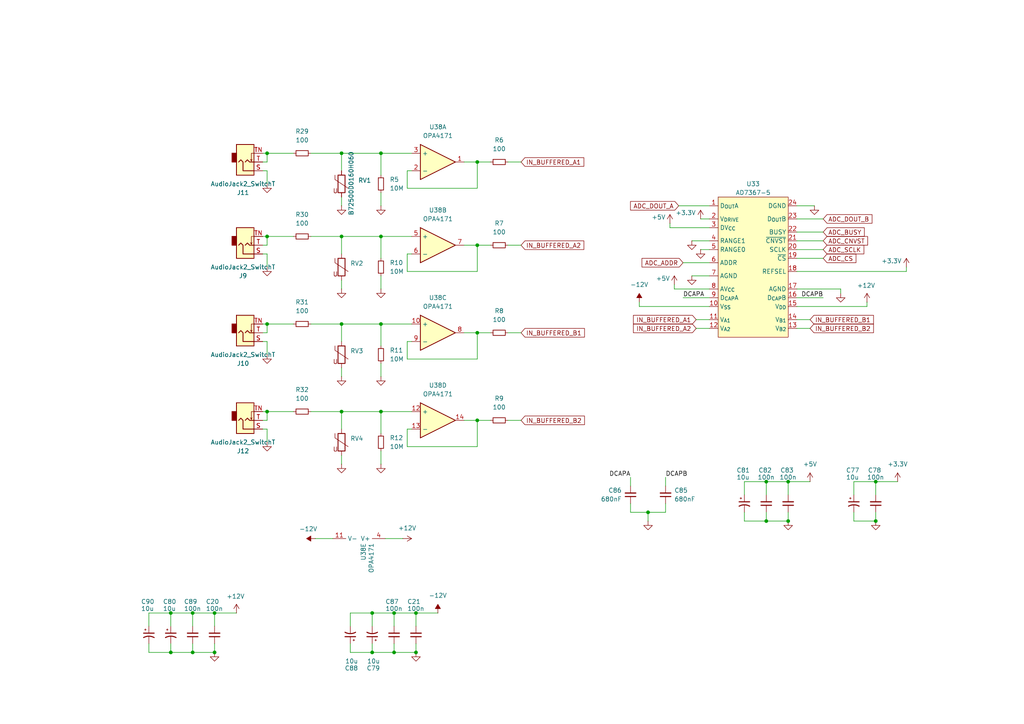
<source format=kicad_sch>
(kicad_sch (version 20231120) (generator "eeschema") (generator_version "8.0")
  (paper "A4")
  (lib_symbols
    (symbol "Connector_Audio:AudioJack2_SwitchT"
      (property "Reference" "J" (at 0 8.89 0))
      (property "Value" "AudioJack2_SwitchT" (at 0 6.35 0))
      (symbol "AudioJack2_SwitchT_0_1"
        (rectangle (start -2.54 0) (end -3.81 -2.54) (stroke (width 0.254)) (fill (type outline)))
        (polyline (pts (xy 1.778 -0.254) (xy 2.032 -0.762)))
        (polyline (pts (xy 0 0) (xy 0.635 -0.635) (xy 1.27 0) (xy 2.54 0)) (stroke (width 0.254)))
        (polyline (pts (xy 2.54 -2.54) (xy 1.778 -2.54) (xy 1.778 -0.254) (xy 1.524 -0.762)))
        (polyline (pts (xy 2.54 2.54) (xy -0.635 2.54) (xy -0.635 0) (xy -1.27 -0.635) (xy -1.905 0)) (stroke (width 0.254)))
        (rectangle (start 2.54 3.81) (end -2.54 -5.08) (stroke (width 0.254)) (fill (type background)))
      )
      (symbol "AudioJack2_SwitchT_1_1"
        (pin passive line (at 5.08 2.54 180) (length 2.54) (name "~") (number "S"))
        (pin passive line (at 5.08 0 180) (length 2.54) (name "~") (number "T"))
        (pin passive line (at 5.08 -2.54 180) (length 2.54) (name "~") (number "TN"))
      )
    )
    (symbol "Device:C_Polarized_Small_US" (pin_numbers hide) (pin_names (offset 0.254) hide)
      (property "Reference" "C" (at 0.254 1.778 0))
      (property "Value" "C_Polarized_Small_US" (at 0.254 -2.032 0))
      (symbol "C_Polarized_Small_US_0_1"
        (polyline (pts (xy -1.524 0.508) (xy 1.524 0.508)) (stroke (width 0.3048)))
        (polyline (pts (xy -1.27 1.524) (xy -0.762 1.524)))
        (polyline (pts (xy -1.016 1.27) (xy -1.016 1.778)))
        (arc (start 1.524 -0.762) (mid 0 -0.3734) (end -1.524 -0.762) (stroke (width 0.3048)))
      )
      (symbol "C_Polarized_Small_US_1_1"
        (pin passive line (at 0 2.54 270) (length 2.032) (name "~") (number "1"))
        (pin passive line (at 0 -2.54 90) (length 2.032) (name "~") (number "2"))
      )
    )
    (symbol "Device:C_Small" (pin_numbers hide) (pin_names (offset 0.254) hide)
      (property "Reference" "C" (at 0.254 1.778 0))
      (property "Value" "C_Small" (at 0.254 -2.032 0))
      (symbol "C_Small_0_1"
        (polyline (pts (xy -1.524 -0.508) (xy 1.524 -0.508)) (stroke (width 0.3302)))
        (polyline (pts (xy -1.524 0.508) (xy 1.524 0.508)) (stroke (width 0.3048)))
      )
      (symbol "C_Small_1_1"
        (pin passive line (at 0 2.54 270) (length 2.032) (name "~") (number "1"))
        (pin passive line (at 0 -2.54 90) (length 2.032) (name "~") (number "2"))
      )
    )
    (symbol "Device:Opamp_Quad"
      (property "Reference" "U" (at 0 5.08 0))
      (property "Value" "Opamp_Quad" (at 0 -5.08 0))
      (symbol "Opamp_Quad_1_1"
        (polyline (pts (xy -5.08 5.08) (xy 5.08 0) (xy -5.08 -5.08) (xy -5.08 5.08)) (stroke (width 0.254)) (fill (type background)))
        (pin output line (at 7.62 0 180) (length 2.54) (name "~") (number "1"))
        (pin input line (at -7.62 -2.54 0) (length 2.54) (name "-") (number "2"))
        (pin input line (at -7.62 2.54 0) (length 2.54) (name "+") (number "3"))
      )
      (symbol "Opamp_Quad_2_1"
        (polyline (pts (xy -5.08 5.08) (xy 5.08 0) (xy -5.08 -5.08) (xy -5.08 5.08)) (stroke (width 0.254)) (fill (type background)))
        (pin input line (at -7.62 2.54 0) (length 2.54) (name "+") (number "5"))
        (pin input line (at -7.62 -2.54 0) (length 2.54) (name "-") (number "6"))
        (pin output line (at 7.62 0 180) (length 2.54) (name "~") (number "7"))
      )
      (symbol "Opamp_Quad_3_1"
        (polyline (pts (xy -5.08 5.08) (xy 5.08 0) (xy -5.08 -5.08) (xy -5.08 5.08)) (stroke (width 0.254)) (fill (type background)))
        (pin input line (at -7.62 2.54 0) (length 2.54) (name "+") (number "10"))
        (pin output line (at 7.62 0 180) (length 2.54) (name "~") (number "8"))
        (pin input line (at -7.62 -2.54 0) (length 2.54) (name "-") (number "9"))
      )
      (symbol "Opamp_Quad_4_1"
        (polyline (pts (xy -5.08 5.08) (xy 5.08 0) (xy -5.08 -5.08) (xy -5.08 5.08)) (stroke (width 0.254)) (fill (type background)))
        (pin input line (at -7.62 2.54 0) (length 2.54) (name "+") (number "12"))
        (pin input line (at -7.62 -2.54 0) (length 2.54) (name "-") (number "13"))
        (pin output line (at 7.62 0 180) (length 2.54) (name "~") (number "14"))
      )
      (symbol "Opamp_Quad_5_1"
        (pin power_in line (at -2.54 -7.62 90) (length 3.81) (name "V-") (number "11"))
        (pin power_in line (at -2.54 7.62 270) (length 3.81) (name "V+") (number "4"))
      )
    )
    (symbol "Device:R_Small" (pin_numbers hide) (pin_names (offset 0.254) hide)
      (property "Reference" "R" (at 0.762 0.508 0))
      (property "Value" "R_Small" (at 0.762 -1.016 0))
      (symbol "R_Small_0_1"
        (rectangle (start -0.762 1.778) (end 0.762 -1.778) (stroke (width 0.2032)))
      )
      (symbol "R_Small_1_1"
        (pin passive line (at 0 2.54 270) (length 0.762) (name "~") (number "1"))
        (pin passive line (at 0 -2.54 90) (length 0.762) (name "~") (number "2"))
      )
    )
    (symbol "Device:Varistor" (pin_numbers hide) (pin_names (offset 0))
      (property "Reference" "RV" (at 3.175 0 90))
      (property "Value" "Varistor" (at -3.175 0 90))
      (symbol "Varistor_0_0"
        (text "U" (at -1.778 -2.032 0) (effects (font (size 1.27 1.27))))
      )
      (symbol "Varistor_0_1"
        (rectangle (start -1.016 -2.54) (end 1.016 2.54) (stroke (width 0.254)))
        (polyline (pts (xy -1.905 2.54) (xy -1.905 1.27) (xy 1.905 -1.27)))
      )
      (symbol "Varistor_1_1"
        (pin passive line (at 0 3.81 270) (length 1.27) (name "~") (number "1"))
        (pin passive line (at 0 -3.81 90) (length 1.27) (name "~") (number "2"))
      )
    )
    (symbol "BMCV:AD736x"
      (property "Reference" "U" (at 0 18.796 0))
      (symbol "AD736x_1_1"
        (rectangle (start -10.16 21.59) (end 10.16 -19.05) (fill (type background)))
        (pin output line (at -12.7 19.05 0) (length 2.54) (name "D_{OUT}A") (number "1"))
        (pin power_in line (at -12.7 -10.16 0) (length 2.54) (name "V_{SS}") (number "10"))
        (pin input line (at -12.7 -13.97 0) (length 2.54) (name "V_{A1}") (number "11"))
        (pin input line (at -12.7 -16.51 0) (length 2.54) (name "V_{A2}") (number "12"))
        (pin input line (at 12.7 -16.51 180) (length 2.54) (name "V_{B2}") (number "13"))
        (pin input line (at 12.7 -13.97 180) (length 2.54) (name "V_{B1}") (number "14"))
        (pin power_in line (at 12.7 -10.16 180) (length 2.54) (name "V_{DD}") (number "15"))
        (pin passive line (at 12.7 -7.62 180) (length 2.54) (name "D_{CAP}B") (number "16"))
        (pin power_in line (at 12.7 -5.08 180) (length 2.54) (name "AGND") (number "17"))
        (pin input line (at 12.7 0 180) (length 2.54) (name "REFSEL") (number "18"))
        (pin input line (at 12.7 3.81 180) (length 2.54) (name "~{CS}") (number "19"))
        (pin power_in line (at -12.7 15.24 0) (length 2.54) (name "V_{DRIVE}") (number "2"))
        (pin input line (at 12.7 6.35 180) (length 2.54) (name "SCLK") (number "20"))
        (pin input line (at 12.7 8.89 180) (length 2.54) (name "~{CNVST}") (number "21"))
        (pin output line (at 12.7 11.43 180) (length 2.54) (name "BUSY") (number "22"))
        (pin output line (at 12.7 15.24 180) (length 2.54) (name "D_{OUT}B") (number "23"))
        (pin power_in line (at 12.7 19.05 180) (length 2.54) (name "DGND") (number "24"))
        (pin power_in line (at -12.7 12.7 0) (length 2.54) (name "DV_{CC}") (number "3"))
        (pin input line (at -12.7 8.89 0) (length 2.54) (name "RANGE1") (number "4"))
        (pin input line (at -12.7 6.35 0) (length 2.54) (name "RANGE0") (number "5"))
        (pin input line (at -12.7 2.54 0) (length 2.54) (name "ADDR") (number "6"))
        (pin power_in line (at -12.7 -1.27 0) (length 2.54) (name "AGND") (number "7"))
        (pin power_in line (at -12.7 -5.08 0) (length 2.54) (name "AV_{CC}") (number "8"))
        (pin passive line (at -12.7 -7.62 0) (length 2.54) (name "D_{CAP}A") (number "9"))
      )
    )
    (symbol "PCM_4ms_Power-symbol:+3.3V" (power) (pin_names (offset 0))
      (property "Value" "+3.3V" (at 0 3.556 0))
      (symbol "+3.3V_0_1"
        (polyline (pts (xy -0.762 1.27) (xy 0 2.54)))
        (polyline (pts (xy 0 0) (xy 0 2.54)))
        (polyline (pts (xy 0 2.54) (xy 0.762 1.27)))
      )
      (symbol "+3.3V_1_1"
        (pin power_in line (at 0 0 90) (length 0) hide (name "+3V3") (number "1"))
      )
    )
    (symbol "power:+12V" (power) (pin_numbers hide) (pin_names (offset 0) hide)
      (property "Value" "+12V" (at 0 3.556 0))
      (symbol "+12V_0_1"
        (polyline (pts (xy -0.762 1.27) (xy 0 2.54)))
        (polyline (pts (xy 0 0) (xy 0 2.54)))
        (polyline (pts (xy 0 2.54) (xy 0.762 1.27)))
      )
      (symbol "+12V_1_1"
        (pin power_in line (at 0 0 90) (length 0) (name "~") (number "1"))
      )
    )
    (symbol "power:+5V" (power) (pin_numbers hide) (pin_names (offset 0) hide)
      (property "Value" "+5V" (at 0 3.556 0))
      (symbol "+5V_0_1"
        (polyline (pts (xy -0.762 1.27) (xy 0 2.54)))
        (polyline (pts (xy 0 0) (xy 0 2.54)))
        (polyline (pts (xy 0 2.54) (xy 0.762 1.27)))
      )
      (symbol "+5V_1_1"
        (pin power_in line (at 0 0 90) (length 0) (name "~") (number "1"))
      )
    )
    (symbol "power:-12V" (power) (pin_numbers hide) (pin_names (offset 0) hide)
      (property "Value" "-12V" (at 0 3.556 0))
      (symbol "-12V_0_0"
        (pin power_in line (at 0 0 90) (length 0) (name "~") (number "1"))
      )
      (symbol "-12V_0_1"
        (polyline (pts (xy 0 0) (xy 0 1.27) (xy 0.762 1.27) (xy 0 2.54) (xy -0.762 1.27) (xy 0 1.27)) (fill (type outline)))
      )
    )
    (symbol "power:GND" (power) (pin_numbers hide) (pin_names (offset 0) hide)
      (property "Value" "GND" (at 0 -3.81 0))
      (symbol "GND_0_1"
        (polyline (pts (xy 0 0) (xy 0 -1.27) (xy 1.27 -1.27) (xy 0 -2.54) (xy -1.27 -1.27) (xy 0 -1.27)))
      )
      (symbol "GND_1_1"
        (pin power_in line (at 0 0 270) (length 0) (name "~") (number "1"))
      )
    )
  )
  (junction (at 77.47 93.98))
  (junction (at 55.88 189.23))
  (junction (at 77.47 44.45))
  (junction (at 77.47 68.58))
  (junction (at 99.06 93.98))
  (junction (at 99.06 44.45))
  (junction (at 110.49 93.98))
  (junction (at 99.06 119.38))
  (junction (at 62.23 177.8))
  (junction (at 62.23 189.23))
  (junction (at 49.53 189.23))
  (junction (at 138.43 121.92))
  (junction (at 114.3 177.8))
  (junction (at 114.3 189.23))
  (junction (at 107.95 189.23))
  (junction (at 107.95 177.8))
  (junction (at 110.49 44.45))
  (junction (at 120.65 189.23))
  (junction (at 138.43 71.12))
  (junction (at 254 151.13))
  (junction (at 228.6 151.13))
  (junction (at 120.65 177.8))
  (junction (at 222.25 151.13))
  (junction (at 110.49 119.38))
  (junction (at 228.6 139.7))
  (junction (at 187.96 148.59))
  (junction (at 138.43 46.99))
  (junction (at 110.49 68.58))
  (junction (at 55.88 177.8))
  (junction (at 138.43 96.52))
  (junction (at 254 139.7))
  (junction (at 99.06 68.58))
  (junction (at 77.47 119.38))
  (junction (at 222.25 139.7))
  (junction (at 49.53 177.8))
  (wire (pts (xy 134.62 96.52) (xy 138.43 96.52)))
  (wire (pts (xy 76.2 46.99) (xy 77.47 46.99)))
  (wire (pts (xy 77.47 99.06) (xy 77.47 102.87)))
  (wire (pts (xy 99.06 119.38) (xy 99.06 124.46)))
  (wire (pts (xy 147.32 46.99) (xy 151.13 46.99)))
  (wire (pts (xy 55.88 189.23) (xy 62.23 189.23)))
  (wire (pts (xy 110.49 80.01) (xy 110.49 83.82)))
  (wire (pts (xy 90.17 68.58) (xy 99.06 68.58)))
  (wire (pts (xy 77.47 121.92) (xy 77.47 119.38)))
  (wire (pts (xy 182.88 146.05) (xy 182.88 148.59)))
  (wire (pts (xy 187.96 148.59) (xy 187.96 151.13)))
  (wire (pts (xy 76.2 124.46) (xy 77.47 124.46)))
  (wire (pts (xy 107.95 189.23) (xy 114.3 189.23)))
  (wire (pts (xy 231.14 95.25) (xy 234.95 95.25)))
  (wire (pts (xy 138.43 78.74) (xy 118.11 78.74)))
  (wire (pts (xy 247.65 139.7) (xy 247.65 143.51)))
  (wire (pts (xy 76.2 71.12) (xy 77.47 71.12)))
  (wire (pts (xy 49.53 177.8) (xy 55.88 177.8)))
  (wire (pts (xy 101.6 177.8) (xy 107.95 177.8)))
  (wire (pts (xy 120.65 177.8) (xy 120.65 181.61)))
  (wire (pts (xy 110.49 55.88) (xy 110.49 59.69)))
  (wire (pts (xy 76.2 68.58) (xy 77.47 68.58)))
  (wire (pts (xy 99.06 93.98) (xy 99.06 99.06)))
  (wire (pts (xy 110.49 130.81) (xy 110.49 134.62)))
  (wire (pts (xy 118.11 129.54) (xy 118.11 124.46)))
  (wire (pts (xy 201.93 92.71) (xy 205.74 92.71)))
  (wire (pts (xy 76.2 119.38) (xy 77.47 119.38)))
  (wire (pts (xy 215.9 148.59) (xy 215.9 151.13)))
  (wire (pts (xy 198.12 76.2) (xy 205.74 76.2)))
  (wire (pts (xy 77.47 96.52) (xy 77.47 93.98)))
  (wire (pts (xy 138.43 46.99) (xy 142.24 46.99)))
  (wire (pts (xy 110.49 119.38) (xy 110.49 125.73)))
  (wire (pts (xy 77.47 44.45) (xy 85.09 44.45)))
  (wire (pts (xy 62.23 186.69) (xy 62.23 189.23)))
  (wire (pts (xy 138.43 71.12) (xy 142.24 71.12)))
  (wire (pts (xy 49.53 177.8) (xy 49.53 181.61)))
  (wire (pts (xy 110.49 44.45) (xy 119.38 44.45)))
  (wire (pts (xy 200.66 80.01) (xy 205.74 80.01)))
  (wire (pts (xy 99.06 132.08) (xy 99.06 134.62)))
  (wire (pts (xy 138.43 104.14) (xy 118.11 104.14)))
  (wire (pts (xy 138.43 129.54) (xy 118.11 129.54)))
  (wire (pts (xy 90.17 119.38) (xy 99.06 119.38)))
  (wire (pts (xy 77.47 68.58) (xy 85.09 68.58)))
  (wire (pts (xy 251.46 88.9) (xy 231.14 88.9)))
  (wire (pts (xy 231.14 59.69) (xy 236.22 59.69)))
  (wire (pts (xy 55.88 177.8) (xy 55.88 181.61)))
  (wire (pts (xy 77.47 71.12) (xy 77.47 68.58)))
  (wire (pts (xy 77.47 119.38) (xy 85.09 119.38)))
  (wire (pts (xy 262.89 78.74) (xy 231.14 78.74)))
  (wire (pts (xy 110.49 93.98) (xy 110.49 100.33)))
  (wire (pts (xy 49.53 186.69) (xy 49.53 189.23)))
  (wire (pts (xy 203.2 72.39) (xy 205.74 72.39)))
  (wire (pts (xy 194.31 64.77) (xy 194.31 66.04)))
  (wire (pts (xy 114.3 186.69) (xy 114.3 189.23)))
  (wire (pts (xy 201.93 95.25) (xy 205.74 95.25)))
  (wire (pts (xy 107.95 186.69) (xy 107.95 189.23)))
  (wire (pts (xy 110.49 93.98) (xy 119.38 93.98)))
  (wire (pts (xy 134.62 71.12) (xy 138.43 71.12)))
  (wire (pts (xy 99.06 44.45) (xy 110.49 44.45)))
  (wire (pts (xy 76.2 93.98) (xy 77.47 93.98)))
  (wire (pts (xy 110.49 44.45) (xy 110.49 50.8)))
  (wire (pts (xy 118.11 78.74) (xy 118.11 73.66)))
  (wire (pts (xy 90.17 93.98) (xy 99.06 93.98)))
  (wire (pts (xy 187.96 148.59) (xy 193.04 148.59)))
  (wire (pts (xy 138.43 96.52) (xy 142.24 96.52)))
  (wire (pts (xy 231.14 86.36) (xy 238.76 86.36)))
  (wire (pts (xy 77.47 49.53) (xy 77.47 53.34)))
  (wire (pts (xy 101.6 177.8) (xy 101.6 181.61)))
  (wire (pts (xy 91.44 156.21) (xy 96.52 156.21)))
  (wire (pts (xy 90.17 44.45) (xy 99.06 44.45)))
  (wire (pts (xy 77.47 46.99) (xy 77.47 44.45)))
  (wire (pts (xy 185.42 87.63) (xy 185.42 88.9)))
  (wire (pts (xy 254 148.59) (xy 254 151.13)))
  (wire (pts (xy 243.84 83.82) (xy 243.84 85.09)))
  (wire (pts (xy 99.06 81.28) (xy 99.06 83.82)))
  (wire (pts (xy 76.2 49.53) (xy 77.47 49.53)))
  (wire (pts (xy 99.06 44.45) (xy 99.06 49.53)))
  (wire (pts (xy 182.88 138.43) (xy 182.88 140.97)))
  (wire (pts (xy 147.32 96.52) (xy 151.13 96.52)))
  (wire (pts (xy 138.43 121.92) (xy 138.43 129.54)))
  (wire (pts (xy 231.14 72.39) (xy 238.76 72.39)))
  (wire (pts (xy 134.62 46.99) (xy 138.43 46.99)))
  (wire (pts (xy 222.25 148.59) (xy 222.25 151.13)))
  (wire (pts (xy 99.06 93.98) (xy 110.49 93.98)))
  (wire (pts (xy 182.88 148.59) (xy 187.96 148.59)))
  (wire (pts (xy 222.25 151.13) (xy 228.6 151.13)))
  (wire (pts (xy 101.6 186.69) (xy 101.6 189.23)))
  (wire (pts (xy 193.04 148.59) (xy 193.04 146.05)))
  (wire (pts (xy 114.3 177.8) (xy 114.3 181.61)))
  (wire (pts (xy 196.85 59.69) (xy 205.74 59.69)))
  (wire (pts (xy 185.42 88.9) (xy 205.74 88.9)))
  (wire (pts (xy 77.47 124.46) (xy 77.47 128.27)))
  (wire (pts (xy 194.31 66.04) (xy 205.74 66.04)))
  (wire (pts (xy 134.62 121.92) (xy 138.43 121.92)))
  (wire (pts (xy 247.65 139.7) (xy 254 139.7)))
  (wire (pts (xy 43.18 177.8) (xy 43.18 181.61)))
  (wire (pts (xy 127 177.8) (xy 120.65 177.8)))
  (wire (pts (xy 254 139.7) (xy 260.35 139.7)))
  (wire (pts (xy 147.32 71.12) (xy 151.13 71.12)))
  (wire (pts (xy 247.65 151.13) (xy 254 151.13)))
  (wire (pts (xy 77.47 93.98) (xy 85.09 93.98)))
  (wire (pts (xy 107.95 177.8) (xy 107.95 181.61)))
  (wire (pts (xy 254 139.7) (xy 254 143.51)))
  (wire (pts (xy 231.14 83.82) (xy 243.84 83.82)))
  (wire (pts (xy 118.11 124.46) (xy 119.38 124.46)))
  (wire (pts (xy 120.65 186.69) (xy 120.65 189.23)))
  (wire (pts (xy 77.47 73.66) (xy 77.47 77.47)))
  (wire (pts (xy 231.14 63.5) (xy 238.76 63.5)))
  (wire (pts (xy 247.65 148.59) (xy 247.65 151.13)))
  (wire (pts (xy 231.14 92.71) (xy 234.95 92.71)))
  (wire (pts (xy 203.2 63.5) (xy 205.74 63.5)))
  (wire (pts (xy 55.88 177.8) (xy 62.23 177.8)))
  (wire (pts (xy 62.23 177.8) (xy 62.23 181.61)))
  (wire (pts (xy 111.76 156.21) (xy 116.84 156.21)))
  (wire (pts (xy 198.12 86.36) (xy 205.74 86.36)))
  (wire (pts (xy 55.88 186.69) (xy 55.88 189.23)))
  (wire (pts (xy 99.06 106.68) (xy 99.06 109.22)))
  (wire (pts (xy 114.3 177.8) (xy 120.65 177.8)))
  (wire (pts (xy 76.2 44.45) (xy 77.47 44.45)))
  (wire (pts (xy 147.32 121.92) (xy 151.13 121.92)))
  (wire (pts (xy 99.06 68.58) (xy 110.49 68.58)))
  (wire (pts (xy 118.11 49.53) (xy 118.11 54.61)))
  (wire (pts (xy 99.06 57.15) (xy 99.06 59.69)))
  (wire (pts (xy 110.49 68.58) (xy 119.38 68.58)))
  (wire (pts (xy 228.6 139.7) (xy 228.6 143.51)))
  (wire (pts (xy 228.6 139.7) (xy 234.95 139.7)))
  (wire (pts (xy 231.14 74.93) (xy 238.76 74.93)))
  (wire (pts (xy 118.11 104.14) (xy 118.11 99.06)))
  (wire (pts (xy 101.6 189.23) (xy 107.95 189.23)))
  (wire (pts (xy 49.53 189.23) (xy 55.88 189.23)))
  (wire (pts (xy 110.49 105.41) (xy 110.49 109.22)))
  (wire (pts (xy 76.2 121.92) (xy 77.47 121.92)))
  (wire (pts (xy 138.43 46.99) (xy 138.43 54.61)))
  (wire (pts (xy 138.43 71.12) (xy 138.43 78.74)))
  (wire (pts (xy 99.06 68.58) (xy 99.06 73.66)))
  (wire (pts (xy 118.11 54.61) (xy 138.43 54.61)))
  (wire (pts (xy 200.66 69.85) (xy 205.74 69.85)))
  (wire (pts (xy 43.18 177.8) (xy 49.53 177.8)))
  (wire (pts (xy 107.95 177.8) (xy 114.3 177.8)))
  (wire (pts (xy 99.06 119.38) (xy 110.49 119.38)))
  (wire (pts (xy 193.04 138.43) (xy 193.04 140.97)))
  (wire (pts (xy 231.14 69.85) (xy 238.76 69.85)))
  (wire (pts (xy 76.2 73.66) (xy 77.47 73.66)))
  (wire (pts (xy 43.18 186.69) (xy 43.18 189.23)))
  (wire (pts (xy 138.43 96.52) (xy 138.43 104.14)))
  (wire (pts (xy 222.25 139.7) (xy 222.25 143.51)))
  (wire (pts (xy 215.9 151.13) (xy 222.25 151.13)))
  (wire (pts (xy 76.2 96.52) (xy 77.47 96.52)))
  (wire (pts (xy 251.46 87.63) (xy 251.46 88.9)))
  (wire (pts (xy 215.9 139.7) (xy 222.25 139.7)))
  (wire (pts (xy 138.43 121.92) (xy 142.24 121.92)))
  (wire (pts (xy 110.49 68.58) (xy 110.49 74.93)))
  (wire (pts (xy 76.2 99.06) (xy 77.47 99.06)))
  (wire (pts (xy 114.3 189.23) (xy 120.65 189.23)))
  (wire (pts (xy 110.49 119.38) (xy 119.38 119.38)))
  (wire (pts (xy 195.58 82.55) (xy 195.58 83.82)))
  (wire (pts (xy 231.14 67.31) (xy 238.76 67.31)))
  (wire (pts (xy 215.9 139.7) (xy 215.9 143.51)))
  (wire (pts (xy 228.6 148.59) (xy 228.6 151.13)))
  (wire (pts (xy 119.38 49.53) (xy 118.11 49.53)))
  (wire (pts (xy 118.11 73.66) (xy 119.38 73.66)))
  (wire (pts (xy 195.58 83.82) (xy 205.74 83.82)))
  (wire (pts (xy 118.11 99.06) (xy 119.38 99.06)))
  (wire (pts (xy 222.25 139.7) (xy 228.6 139.7)))
  (wire (pts (xy 262.89 77.47) (xy 262.89 78.74)))
  (wire (pts (xy 43.18 189.23) (xy 49.53 189.23)))
  (wire (pts (xy 68.58 177.8) (xy 62.23 177.8)))
  (label "DCAPA" (at 182.88 138.43 180))
  (label "DCAPA" (at 198.12 86.36 0))
  (label "DCAPB" (at 193.04 138.43 0))
  (label "DCAPB" (at 238.76 86.36 180))
  (global_label "IN_BUFFERED_A2" (shape input) (at 201.93 95.25 180) (property "Intersheetrefs" "${INTERSHEET_REFS}" (effects (hide yes))))
  (global_label "IN_BUFFERED_B2" (shape input) (at 151.13 121.92 0) (property "Intersheetrefs" "${INTERSHEET_REFS}" (effects (hide yes))))
  (global_label "ADC_DOUT_B" (shape input) (at 238.76 63.5 0) (property "Intersheetrefs" "${INTERSHEET_REFS}" (effects (hide yes))))
  (global_label "IN_BUFFERED_B2" (shape input) (at 234.95 95.25 0) (property "Intersheetrefs" "${INTERSHEET_REFS}" (effects (hide yes))))
  (global_label "ADC_ADDR" (shape input) (at 198.12 76.2 180) (property "Intersheetrefs" "${INTERSHEET_REFS}" (effects (hide yes))))
  (global_label "ADC_CNVST" (shape input) (at 238.76 69.85 0) (property "Intersheetrefs" "${INTERSHEET_REFS}" (effects (hide yes))))
  (global_label "ADC_DOUT_A" (shape input) (at 196.85 59.69 180) (property "Intersheetrefs" "${INTERSHEET_REFS}" (effects (hide yes))))
  (global_label "ADC_CS" (shape input) (at 238.76 74.93 0) (property "Intersheetrefs" "${INTERSHEET_REFS}" (effects (hide yes))))
  (global_label "ADC_BUSY" (shape input) (at 238.76 67.31 0) (property "Intersheetrefs" "${INTERSHEET_REFS}" (effects (hide yes))))
  (global_label "IN_BUFFERED_A2" (shape input) (at 151.13 71.12 0) (property "Intersheetrefs" "${INTERSHEET_REFS}" (effects (hide yes))))
  (global_label "IN_BUFFERED_A1" (shape input) (at 151.13 46.99 0) (property "Intersheetrefs" "${INTERSHEET_REFS}" (effects (hide yes))))
  (global_label "IN_BUFFERED_B1" (shape input) (at 151.13 96.52 0) (property "Intersheetrefs" "${INTERSHEET_REFS}" (effects (hide yes))))
  (global_label "IN_BUFFERED_A1" (shape input) (at 201.93 92.71 180) (property "Intersheetrefs" "${INTERSHEET_REFS}" (effects (hide yes))))
  (global_label "ADC_SCLK" (shape input) (at 238.76 72.39 0) (property "Intersheetrefs" "${INTERSHEET_REFS}" (effects (hide yes))))
  (global_label "IN_BUFFERED_B1" (shape input) (at 234.95 92.71 0) (property "Intersheetrefs" "${INTERSHEET_REFS}" (effects (hide yes))))
  (symbol (lib_id "power:GND") (at 77.47 53.34 0) (unit 1)
    (property "Reference" "#PWR038" (effects (hide yes)))
    (property "Value" "GND" (effects (hide yes)))
    (property "Description" "Power symbol creates a global label with name \"GND\" , ground" (effects (hide yes)))
  )
  (symbol (lib_id "power:GND") (at 236.22 59.69 0) (unit 1)
    (property "Reference" "#PWR0263" (effects (hide yes)))
    (property "Value" "GND" (effects (hide yes)))
    (property "Description" "Power symbol creates a global label with name \"GND\" , ground" (effects (hide yes)))
  )
  (symbol (lib_id "power:GND") (at 110.49 109.22 0) (unit 1)
    (property "Reference" "#PWR035" (effects (hide yes)))
    (property "Value" "GND" (effects (hide yes)))
    (property "Description" "Power symbol creates a global label with name \"GND\" , ground" (effects (hide yes)))
  )
  (symbol (lib_id "Device:C_Polarized_Small_US") (at 107.95 184.15 180) (unit 1)
    (property "Reference" "C79" (at 110.236 193.802 0) (effects (justify left)))
    (property "Value" "10u" (at 110.236 191.77 0) (effects (justify left)))
    (property "Footprint" "Capacitor_Tantalum_SMD:CP_EIA-3216-18_Kemet-A" (effects (hide yes)))
    (property "Description" "C7171" (effects (hide yes)))
  )
  (symbol (lib_id "Device:R_Small") (at 87.63 68.58 90) (unit 1)
    (property "Reference" "R30" (at 87.63 62.23 90))
    (property "Value" "100" (at 87.63 64.77 90))
    (property "Footprint" "Resistor_SMD:R_0603_1608Metric" (effects (hide yes)))
    (property "Description" "Resistor, small symbol" (effects (hide yes)))
  )
  (symbol (lib_id "Device:Varistor") (at 99.06 102.87 0) (unit 1)
    (property "Reference" "RV3" (at 101.6 101.7932 0) (effects (justify left)))
    (property "Value" "B72500D0160H060" (effects (hide yes)))
    (property "Footprint" "Resistor_SMD:R_0603_1608Metric" (effects (hide yes)))
    (property "Description" "Voltage dependent resistor" (effects (hide yes)))
    (property "Sim.Name" "kicad_builtin_varistor" (effects (hide yes)))
    (property "Sim.Device" "SUBCKT" (effects (hide yes)))
    (property "Sim.Pins" "1=A 2=B" (effects (hide yes)))
    (property "Sim.Params" "threshold=1k" (effects (hide yes)))
    (property "Sim.Library" "${KICAD7_SYMBOL_DIR}/Simulation_SPICE.sp" (effects (hide yes)))
  )
  (symbol (lib_id "power:GND") (at 200.66 80.01 0) (unit 1)
    (property "Reference" "#PWR0261" (effects (hide yes)))
    (property "Value" "GND" (effects (hide yes)))
    (property "Description" "Power symbol creates a global label with name \"GND\" , ground" (effects (hide yes)))
  )
  (symbol (lib_id "Device:C_Polarized_Small_US") (at 43.18 184.15 0) (unit 1)
    (property "Reference" "C90" (at 40.894 174.498 0) (effects (justify left)))
    (property "Value" "10u" (at 40.894 176.53 0) (effects (justify left)))
    (property "Footprint" "Capacitor_Tantalum_SMD:CP_EIA-3216-18_Kemet-A" (effects (hide yes)))
    (property "Description" "C7171" (effects (hide yes)))
  )
  (symbol (lib_id "Device:Opamp_Quad") (at 104.14 158.75 270) (unit 5)
    (property "Reference" "U38" (at 105.4101 157.48 0) (effects (justify left)))
    (property "Value" "OPA4171" (at 107.696 157.48 0) (effects (justify left)))
    (property "Footprint" "Package_SO:TSSOP-14_4.4x5mm_P0.65mm" (effects (hide yes)))
    (property "Description" "Quad operational amplifier" (effects (hide yes)))
    (property "Sim.Library" "${KICAD7_SYMBOL_DIR}/Simulation_SPICE.sp" (effects (hide yes)))
    (property "Sim.Name" "kicad_builtin_opamp_quad" (effects (hide yes)))
    (property "Sim.Device" "SUBCKT" (effects (hide yes)))
    (property "Sim.Pins" "1=out1 2=in1- 3=in1+ 4=vcc 5=in2+ 6=in2- 7=out2 8=out3 9=in3- 10=in3+ 11=vee 12=in4+ 13=in4- 14=out4" (effects (hide yes)))
  )
  (symbol (lib_id "Device:R_Small") (at 110.49 53.34 0) (unit 1)
    (property "Reference" "R5" (at 113.03 52.0699 0) (effects (justify left)))
    (property "Value" "10M" (at 113.03 54.6099 0) (effects (justify left)))
    (property "Footprint" "Resistor_SMD:R_0402_1005Metric" (effects (hide yes)))
    (property "Description" "Resistor, small symbol" (effects (hide yes)))
  )
  (symbol (lib_id "Device:C_Polarized_Small_US") (at 247.65 146.05 0) (unit 1)
    (property "Reference" "C77" (at 245.364 136.398 0) (effects (justify left)))
    (property "Value" "10u" (at 245.364 138.43 0) (effects (justify left)))
    (property "Footprint" "Capacitor_Tantalum_SMD:CP_EIA-3216-18_Kemet-A" (effects (hide yes)))
    (property "Description" "C7171" (effects (hide yes)))
  )
  (symbol (lib_id "Device:C_Small") (at 62.23 184.15 180) (unit 1)
    (property "Reference" "C20" (at 59.69 174.498 0) (effects (justify right)))
    (property "Value" "100n" (at 59.69 176.53 0) (effects (justify right)))
    (property "Footprint" "Capacitor_SMD:C_0603_1608Metric" (effects (hide yes)))
    (property "Description" "Unpolarized capacitor, small symbol" (effects (hide yes)))
  )
  (symbol (lib_id "Device:C_Polarized_Small_US") (at 215.9 146.05 0) (unit 1)
    (property "Reference" "C81" (at 213.614 136.398 0) (effects (justify left)))
    (property "Value" "10u" (at 213.614 138.43 0) (effects (justify left)))
    (property "Footprint" "Capacitor_Tantalum_SMD:CP_EIA-3216-18_Kemet-A" (effects (hide yes)))
    (property "Description" "C7171" (effects (hide yes)))
  )
  (symbol (lib_id "Device:R_Small") (at 87.63 93.98 90) (unit 1)
    (property "Reference" "R31" (at 87.63 87.63 90))
    (property "Value" "100" (at 87.63 90.17 90))
    (property "Footprint" "Resistor_SMD:R_0603_1608Metric" (effects (hide yes)))
    (property "Description" "Resistor, small symbol" (effects (hide yes)))
  )
  (symbol (lib_id "Device:C_Small") (at 228.6 146.05 180) (unit 1)
    (property "Reference" "C83" (at 226.314 136.398 0) (effects (justify right)))
    (property "Value" "100n" (at 226.06 138.43 0) (effects (justify right)))
    (property "Footprint" "Capacitor_SMD:C_0402_1005Metric" (effects (hide yes)))
    (property "Description" "Unpolarized capacitor, small symbol" (effects (hide yes)))
  )
  (symbol (lib_id "power:+5V") (at 234.95 139.7 0) (unit 1)
    (property "Reference" "#PWR0253" (effects (hide yes)))
    (property "Value" "+5V" (at 234.95 134.62 0))
    (property "Description" "Power symbol creates a global label with name \"+5V\"" (effects (hide yes)))
  )
  (symbol (lib_id "Device:Opamp_Quad") (at 127 46.99 0) (unit 1)
    (property "Reference" "U38" (at 127 36.83 0))
    (property "Value" "OPA4171" (at 127 39.37 0))
    (property "Footprint" "Package_SO:TSSOP-14_4.4x5mm_P0.65mm" (effects (hide yes)))
    (property "Description" "Quad operational amplifier" (effects (hide yes)))
    (property "Sim.Library" "${KICAD7_SYMBOL_DIR}/Simulation_SPICE.sp" (effects (hide yes)))
    (property "Sim.Name" "kicad_builtin_opamp_quad" (effects (hide yes)))
    (property "Sim.Device" "SUBCKT" (effects (hide yes)))
    (property "Sim.Pins" "1=out1 2=in1- 3=in1+ 4=vcc 5=in2+ 6=in2- 7=out2 8=out3 9=in3- 10=in3+ 11=vee 12=in4+ 13=in4- 14=out4" (effects (hide yes)))
  )
  (symbol (lib_id "Device:R_Small") (at 87.63 119.38 90) (unit 1)
    (property "Reference" "R32" (at 87.63 113.03 90))
    (property "Value" "100" (at 87.63 115.57 90))
    (property "Footprint" "Resistor_SMD:R_0603_1608Metric" (effects (hide yes)))
    (property "Description" "Resistor, small symbol" (effects (hide yes)))
  )
  (symbol (lib_id "Device:C_Polarized_Small_US") (at 49.53 184.15 0) (unit 1)
    (property "Reference" "C80" (at 47.244 174.498 0) (effects (justify left)))
    (property "Value" "10u" (at 47.244 176.53 0) (effects (justify left)))
    (property "Footprint" "Capacitor_Tantalum_SMD:CP_EIA-3216-18_Kemet-A" (effects (hide yes)))
    (property "Description" "C7171" (effects (hide yes)))
  )
  (symbol (lib_id "power:GND") (at 62.23 189.23 0) (unit 1)
    (property "Reference" "#PWR0267" (effects (hide yes)))
    (property "Value" "GND" (effects (hide yes)))
    (property "Description" "Power symbol creates a global label with name \"GND\" , ground" (effects (hide yes)))
  )
  (symbol (lib_id "PCM_4ms_Power-symbol:+3.3V") (at 262.89 77.47 0) (unit 1)
    (property "Reference" "#PWR0262" (effects (hide yes)))
    (property "Value" "+3.3V" (at 258.572 75.692 0))
  )
  (symbol (lib_id "power:GND") (at 203.2 72.39 0) (unit 1)
    (property "Reference" "#PWR0264" (effects (hide yes)))
    (property "Value" "GND" (effects (hide yes)))
    (property "Description" "Power symbol creates a global label with name \"GND\" , ground" (effects (hide yes)))
  )
  (symbol (lib_id "power:GND") (at 77.47 77.47 0) (unit 1)
    (property "Reference" "#PWR033" (effects (hide yes)))
    (property "Value" "GND" (effects (hide yes)))
    (property "Description" "Power symbol creates a global label with name \"GND\" , ground" (effects (hide yes)))
  )
  (symbol (lib_id "power:GND") (at 254 151.13 0) (unit 1)
    (property "Reference" "#PWR063" (effects (hide yes)))
    (property "Value" "GND" (effects (hide yes)))
    (property "Description" "Power symbol creates a global label with name \"GND\" , ground" (effects (hide yes)))
  )
  (symbol (lib_id "power:+5V") (at 195.58 82.55 0) (unit 1)
    (property "Reference" "#PWR0256" (effects (hide yes)))
    (property "Value" "+5V" (at 192.278 80.772 0))
    (property "Description" "Power symbol creates a global label with name \"+5V\"" (effects (hide yes)))
  )
  (symbol (lib_id "Device:R_Small") (at 144.78 46.99 90) (unit 1)
    (property "Reference" "R6" (at 144.78 40.64 90))
    (property "Value" "100" (at 144.78 43.18 90))
    (property "Footprint" "Resistor_SMD:R_0402_1005Metric" (effects (hide yes)))
    (property "Description" "Resistor, small symbol" (effects (hide yes)))
  )
  (symbol (lib_id "power:GND") (at 187.96 151.13 0) (unit 1)
    (property "Reference" "#PWR0259" (effects (hide yes)))
    (property "Value" "GND" (effects (hide yes)))
    (property "Description" "Power symbol creates a global label with name \"GND\" , ground" (effects (hide yes)))
  )
  (symbol (lib_id "power:-12V") (at 127 177.8 0) (mirror y) (unit 1)
    (property "Reference" "#PWR048" (effects (hide yes)))
    (property "Value" "-12V" (at 127 172.72 0))
    (property "Description" "Power symbol creates a global label with name \"-12V\"" (effects (hide yes)))
  )
  (symbol (lib_id "Device:R_Small") (at 144.78 121.92 90) (unit 1)
    (property "Reference" "R9" (at 144.78 115.57 90))
    (property "Value" "100" (at 144.78 118.11 90))
    (property "Footprint" "Resistor_SMD:R_0402_1005Metric" (effects (hide yes)))
    (property "Description" "Resistor, small symbol" (effects (hide yes)))
  )
  (symbol (lib_id "Connector_Audio:AudioJack2_SwitchT") (at 71.12 96.52 0) (mirror x) (unit 1)
    (property "Reference" "J10" (at 70.485 105.41 0))
    (property "Value" "AudioJack2_SwitchT" (at 70.485 102.87 0))
    (property "Footprint" "BMCV:Jack_3.5mm_QingPu_WQP-PJ398SM_Vertical_CircularHoles" (effects (hide yes)))
    (property "Description" "Audio Jack, 2 Poles (Mono / TS), Switched T Pole (Normalling)" (effects (hide yes)))
  )
  (symbol (lib_id "power:+12V") (at 68.58 177.8 0) (unit 1)
    (property "Reference" "#PWR0254" (effects (hide yes)))
    (property "Value" "+12V" (at 68.326 172.974 0))
    (property "Description" "Power symbol creates a global label with name \"+12V\"" (effects (hide yes)))
  )
  (symbol (lib_id "power:GND") (at 77.47 128.27 0) (unit 1)
    (property "Reference" "#PWR039" (effects (hide yes)))
    (property "Value" "GND" (effects (hide yes)))
    (property "Description" "Power symbol creates a global label with name \"GND\" , ground" (effects (hide yes)))
  )
  (symbol (lib_id "power:GND") (at 99.06 59.69 0) (unit 1)
    (property "Reference" "#PWR069" (effects (hide yes)))
    (property "Value" "GND" (effects (hide yes)))
    (property "Description" "Power symbol creates a global label with name \"GND\" , ground" (effects (hide yes)))
  )
  (symbol (lib_id "Device:C_Small") (at 114.3 184.15 180) (unit 1)
    (property "Reference" "C87" (at 111.76 174.498 0) (effects (justify right)))
    (property "Value" "100n" (at 111.76 176.53 0) (effects (justify right)))
    (property "Footprint" "Capacitor_SMD:C_0603_1608Metric" (effects (hide yes)))
    (property "Description" "Unpolarized capacitor, small symbol" (effects (hide yes)))
  )
  (symbol (lib_id "Device:R_Small") (at 110.49 128.27 0) (unit 1)
    (property "Reference" "R12" (at 113.03 126.9999 0) (effects (justify left)))
    (property "Value" "10M" (at 113.03 129.5399 0) (effects (justify left)))
    (property "Footprint" "Resistor_SMD:R_0402_1005Metric" (effects (hide yes)))
    (property "Description" "Resistor, small symbol" (effects (hide yes)))
  )
  (symbol (lib_id "Device:Opamp_Quad") (at 127 121.92 0) (unit 4)
    (property "Reference" "U38" (at 127 111.76 0))
    (property "Value" "OPA4171" (at 127 114.3 0))
    (property "Footprint" "Package_SO:TSSOP-14_4.4x5mm_P0.65mm" (effects (hide yes)))
    (property "Description" "Quad operational amplifier" (effects (hide yes)))
    (property "Sim.Library" "${KICAD7_SYMBOL_DIR}/Simulation_SPICE.sp" (effects (hide yes)))
    (property "Sim.Name" "kicad_builtin_opamp_quad" (effects (hide yes)))
    (property "Sim.Device" "SUBCKT" (effects (hide yes)))
    (property "Sim.Pins" "1=out1 2=in1- 3=in1+ 4=vcc 5=in2+ 6=in2- 7=out2 8=out3 9=in3- 10=in3+ 11=vee 12=in4+ 13=in4- 14=out4" (effects (hide yes)))
  )
  (symbol (lib_id "power:GND") (at 110.49 134.62 0) (unit 1)
    (property "Reference" "#PWR036" (effects (hide yes)))
    (property "Value" "GND" (effects (hide yes)))
    (property "Description" "Power symbol creates a global label with name \"GND\" , ground" (effects (hide yes)))
  )
  (symbol (lib_id "power:+12V") (at 251.46 87.63 0) (unit 1)
    (property "Reference" "#PWR0258" (effects (hide yes)))
    (property "Value" "+12V" (at 251.206 82.804 0))
    (property "Description" "Power symbol creates a global label with name \"+12V\"" (effects (hide yes)))
  )
  (symbol (lib_id "power:+12V") (at 116.84 156.21 270) (unit 1)
    (property "Reference" "#PWR040" (effects (hide yes)))
    (property "Value" "+12V" (at 118.11 153.162 90))
    (property "Description" "Power symbol creates a global label with name \"+12V\"" (effects (hide yes)))
  )
  (symbol (lib_id "Device:C_Small") (at 222.25 146.05 180) (unit 1)
    (property "Reference" "C82" (at 219.964 136.398 0) (effects (justify right)))
    (property "Value" "100n" (at 219.71 138.43 0) (effects (justify right)))
    (property "Footprint" "Capacitor_SMD:C_0402_1005Metric" (effects (hide yes)))
    (property "Description" "Unpolarized capacitor, small symbol" (effects (hide yes)))
  )
  (symbol (lib_id "power:-12V") (at 91.44 156.21 90) (unit 1)
    (property "Reference" "#PWR041" (effects (hide yes)))
    (property "Value" "-12V" (at 89.408 153.416 90))
    (property "Description" "Power symbol creates a global label with name \"-12V\"" (effects (hide yes)))
  )
  (symbol (lib_id "power:-12V") (at 185.42 87.63 0) (mirror y) (unit 1)
    (property "Reference" "#PWR0257" (effects (hide yes)))
    (property "Value" "-12V" (at 185.42 82.55 0))
    (property "Description" "Power symbol creates a global label with name \"-12V\"" (effects (hide yes)))
  )
  (symbol (lib_id "Connector_Audio:AudioJack2_SwitchT") (at 71.12 71.12 0) (mirror x) (unit 1)
    (property "Reference" "J9" (at 70.485 80.01 0))
    (property "Value" "AudioJack2_SwitchT" (at 70.485 77.47 0))
    (property "Footprint" "BMCV:Jack_3.5mm_QingPu_WQP-PJ398SM_Vertical_CircularHoles" (effects (hide yes)))
    (property "Description" "Audio Jack, 2 Poles (Mono / TS), Switched T Pole (Normalling)" (effects (hide yes)))
  )
  (symbol (lib_id "Device:R_Small") (at 110.49 77.47 0) (unit 1)
    (property "Reference" "R10" (at 113.03 76.1999 0) (effects (justify left)))
    (property "Value" "10M" (at 113.03 78.7399 0) (effects (justify left)))
    (property "Footprint" "Resistor_SMD:R_0402_1005Metric" (effects (hide yes)))
    (property "Description" "Resistor, small symbol" (effects (hide yes)))
  )
  (symbol (lib_id "Device:C_Small") (at 193.04 143.51 180) (unit 1)
    (property "Reference" "C85" (at 195.58 142.2335 0) (effects (justify right)))
    (property "Value" "680nF" (at 195.58 144.7735 0) (effects (justify right)))
    (property "Footprint" "Capacitor_SMD:C_0603_1608Metric" (effects (hide yes)))
    (property "Description" "Unpolarized capacitor, small symbol" (effects (hide yes)))
  )
  (symbol (lib_id "Device:R_Small") (at 110.49 102.87 0) (unit 1)
    (property "Reference" "R11" (at 113.03 101.5999 0) (effects (justify left)))
    (property "Value" "10M" (at 113.03 104.1399 0) (effects (justify left)))
    (property "Footprint" "Resistor_SMD:R_0402_1005Metric" (effects (hide yes)))
    (property "Description" "Resistor, small symbol" (effects (hide yes)))
  )
  (symbol (lib_id "Connector_Audio:AudioJack2_SwitchT") (at 71.12 121.92 0) (mirror x) (unit 1)
    (property "Reference" "J12" (at 70.485 130.81 0))
    (property "Value" "AudioJack2_SwitchT" (at 70.485 128.27 0))
    (property "Footprint" "BMCV:Jack_3.5mm_QingPu_WQP-PJ398SM_Vertical_CircularHoles" (effects (hide yes)))
    (property "Description" "Audio Jack, 2 Poles (Mono / TS), Switched T Pole (Normalling)" (effects (hide yes)))
  )
  (symbol (lib_id "power:+5V") (at 194.31 64.77 0) (unit 1)
    (property "Reference" "#PWR0255" (effects (hide yes)))
    (property "Value" "+5V" (at 191.008 62.992 0))
    (property "Description" "Power symbol creates a global label with name \"+5V\"" (effects (hide yes)))
  )
  (symbol (lib_id "BMCV:AD736x") (at 218.44 78.74 0) (unit 1)
    (property "Reference" "U33" (at 218.44 53.34 0))
    (property "Value" "AD7367-5" (at 218.44 55.88 0))
    (property "Footprint" "Package_SO:TSSOP-24_4.4x7.8mm_P0.65mm" (effects (hide yes)))
  )
  (symbol (lib_id "Device:R_Small") (at 144.78 71.12 90) (unit 1)
    (property "Reference" "R7" (at 144.78 64.77 90))
    (property "Value" "100" (at 144.78 67.31 90))
    (property "Footprint" "Resistor_SMD:R_0402_1005Metric" (effects (hide yes)))
    (property "Description" "Resistor, small symbol" (effects (hide yes)))
  )
  (symbol (lib_id "Device:C_Polarized_Small_US") (at 101.6 184.15 180) (unit 1)
    (property "Reference" "C88" (at 103.886 193.802 0) (effects (justify left)))
    (property "Value" "10u" (at 103.886 191.77 0) (effects (justify left)))
    (property "Footprint" "Capacitor_Tantalum_SMD:CP_EIA-3216-18_Kemet-A" (effects (hide yes)))
    (property "Description" "C7171" (effects (hide yes)))
  )
  (symbol (lib_id "PCM_4ms_Power-symbol:+3.3V") (at 203.2 63.5 0) (unit 1)
    (property "Reference" "#PWR0247" (effects (hide yes)))
    (property "Value" "+3.3V" (at 198.882 61.722 0))
  )
  (symbol (lib_id "power:GND") (at 120.65 189.23 0) (unit 1)
    (property "Reference" "#PWR0266" (effects (hide yes)))
    (property "Value" "GND" (effects (hide yes)))
    (property "Description" "Power symbol creates a global label with name \"GND\" , ground" (effects (hide yes)))
  )
  (symbol (lib_id "Device:Varistor") (at 99.06 53.34 0) (unit 1)
    (property "Reference" "RV1" (at 103.886 52.324 0) (effects (justify left)))
    (property "Value" "B72500D0160H060" (at 101.854 62.484 90) (effects (justify left)))
    (property "Footprint" "Resistor_SMD:R_0603_1608Metric" (effects (hide yes)))
    (property "Description" "Voltage dependent resistor" (effects (hide yes)))
    (property "Sim.Name" "kicad_builtin_varistor" (effects (hide yes)))
    (property "Sim.Device" "SUBCKT" (effects (hide yes)))
    (property "Sim.Pins" "1=A 2=B" (effects (hide yes)))
    (property "Sim.Params" "threshold=1k" (effects (hide yes)))
    (property "Sim.Library" "${KICAD7_SYMBOL_DIR}/Simulation_SPICE.sp" (effects (hide yes)))
  )
  (symbol (lib_id "Device:C_Small") (at 55.88 184.15 180) (unit 1)
    (property "Reference" "C89" (at 53.34 174.498 0) (effects (justify right)))
    (property "Value" "100n" (at 53.34 176.53 0) (effects (justify right)))
    (property "Footprint" "Capacitor_SMD:C_0603_1608Metric" (effects (hide yes)))
    (property "Description" "Unpolarized capacitor, small symbol" (effects (hide yes)))
  )
  (symbol (lib_id "power:GND") (at 77.47 102.87 0) (unit 1)
    (property "Reference" "#PWR037" (effects (hide yes)))
    (property "Value" "GND" (effects (hide yes)))
    (property "Description" "Power symbol creates a global label with name \"GND\" , ground" (effects (hide yes)))
  )
  (symbol (lib_id "Device:R_Small") (at 144.78 96.52 90) (unit 1)
    (property "Reference" "R8" (at 144.78 90.17 90))
    (property "Value" "100" (at 144.78 92.71 90))
    (property "Footprint" "Resistor_SMD:R_0402_1005Metric" (effects (hide yes)))
    (property "Description" "Resistor, small symbol" (effects (hide yes)))
  )
  (symbol (lib_id "Connector_Audio:AudioJack2_SwitchT") (at 71.12 46.99 0) (mirror x) (unit 1)
    (property "Reference" "J11" (at 70.485 55.88 0))
    (property "Value" "AudioJack2_SwitchT" (at 70.485 53.34 0))
    (property "Footprint" "BMCV:Jack_3.5mm_QingPu_WQP-PJ398SM_Vertical_CircularHoles" (effects (hide yes)))
    (property "Description" "Audio Jack, 2 Poles (Mono / TS), Switched T Pole (Normalling)" (effects (hide yes)))
  )
  (symbol (lib_id "power:GND") (at 243.84 85.09 0) (unit 1)
    (property "Reference" "#PWR0260" (effects (hide yes)))
    (property "Value" "GND" (effects (hide yes)))
    (property "Description" "Power symbol creates a global label with name \"GND\" , ground" (effects (hide yes)))
  )
  (symbol (lib_id "power:GND") (at 110.49 59.69 0) (unit 1)
    (property "Reference" "#PWR032" (effects (hide yes)))
    (property "Value" "GND" (effects (hide yes)))
    (property "Description" "Power symbol creates a global label with name \"GND\" , ground" (effects (hide yes)))
  )
  (symbol (lib_id "power:GND") (at 99.06 83.82 0) (unit 1)
    (property "Reference" "#PWR025" (effects (hide yes)))
    (property "Value" "GND" (effects (hide yes)))
    (property "Description" "Power symbol creates a global label with name \"GND\" , ground" (effects (hide yes)))
  )
  (symbol (lib_id "Device:C_Small") (at 182.88 143.51 0) (mirror x) (unit 1)
    (property "Reference" "C86" (at 180.34 142.2335 0) (effects (justify right)))
    (property "Value" "680nF" (at 180.34 144.7735 0) (effects (justify right)))
    (property "Footprint" "Capacitor_SMD:C_0603_1608Metric" (effects (hide yes)))
    (property "Description" "Unpolarized capacitor, small symbol" (effects (hide yes)))
  )
  (symbol (lib_id "PCM_4ms_Power-symbol:+3.3V") (at 260.35 139.7 0) (unit 1)
    (property "Reference" "#PWR0240" (effects (hide yes)))
    (property "Value" "+3.3V" (at 260.35 134.62 0))
  )
  (symbol (lib_id "Device:Varistor") (at 99.06 77.47 0) (unit 1)
    (property "Reference" "RV2" (at 101.6 76.3932 0) (effects (justify left)))
    (property "Value" "B72500D0160H060" (effects (hide yes)))
    (property "Footprint" "Resistor_SMD:R_0603_1608Metric" (effects (hide yes)))
    (property "Description" "Voltage dependent resistor" (effects (hide yes)))
    (property "Sim.Name" "kicad_builtin_varistor" (effects (hide yes)))
    (property "Sim.Device" "SUBCKT" (effects (hide yes)))
    (property "Sim.Pins" "1=A 2=B" (effects (hide yes)))
    (property "Sim.Params" "threshold=1k" (effects (hide yes)))
    (property "Sim.Library" "${KICAD7_SYMBOL_DIR}/Simulation_SPICE.sp" (effects (hide yes)))
  )
  (symbol (lib_id "power:GND") (at 99.06 109.22 0) (unit 1)
    (property "Reference" "#PWR023" (effects (hide yes)))
    (property "Value" "GND" (effects (hide yes)))
    (property "Description" "Power symbol creates a global label with name \"GND\" , ground" (effects (hide yes)))
  )
  (symbol (lib_id "power:GND") (at 99.06 134.62 0) (unit 1)
    (property "Reference" "#PWR024" (effects (hide yes)))
    (property "Value" "GND" (effects (hide yes)))
    (property "Description" "Power symbol creates a global label with name \"GND\" , ground" (effects (hide yes)))
  )
  (symbol (lib_id "Device:R_Small") (at 87.63 44.45 90) (unit 1)
    (property "Reference" "R29" (at 87.63 38.1 90))
    (property "Value" "100" (at 87.63 40.64 90))
    (property "Footprint" "Resistor_SMD:R_0603_1608Metric" (effects (hide yes)))
    (property "Description" "Resistor, small symbol" (effects (hide yes)))
  )
  (symbol (lib_id "Device:C_Small") (at 254 146.05 180) (unit 1)
    (property "Reference" "C78" (at 251.714 136.398 0) (effects (justify right)))
    (property "Value" "100n" (at 251.46 138.43 0) (effects (justify right)))
    (property "Footprint" "Capacitor_SMD:C_0402_1005Metric" (effects (hide yes)))
    (property "Description" "Unpolarized capacitor, small symbol" (effects (hide yes)))
  )
  (symbol (lib_id "Device:C_Small") (at 120.65 184.15 180) (unit 1)
    (property "Reference" "C21" (at 118.11 174.498 0) (effects (justify right)))
    (property "Value" "100n" (at 118.11 176.53 0) (effects (justify right)))
    (property "Footprint" "Capacitor_SMD:C_0603_1608Metric" (effects (hide yes)))
    (property "Description" "Unpolarized capacitor, small symbol" (effects (hide yes)))
  )
  (symbol (lib_id "Device:Varistor") (at 99.06 128.27 0) (unit 1)
    (property "Reference" "RV4" (at 101.6 127.1932 0) (effects (justify left)))
    (property "Value" "B72500D0160H060" (effects (hide yes)))
    (property "Footprint" "Resistor_SMD:R_0603_1608Metric" (effects (hide yes)))
    (property "Description" "Voltage dependent resistor" (effects (hide yes)))
    (property "Sim.Name" "kicad_builtin_varistor" (effects (hide yes)))
    (property "Sim.Device" "SUBCKT" (effects (hide yes)))
    (property "Sim.Pins" "1=A 2=B" (effects (hide yes)))
    (property "Sim.Params" "threshold=1k" (effects (hide yes)))
    (property "Sim.Library" "${KICAD7_SYMBOL_DIR}/Simulation_SPICE.sp" (effects (hide yes)))
  )
  (symbol (lib_id "Device:Opamp_Quad") (at 127 71.12 0) (unit 2)
    (property "Reference" "U38" (at 127 60.96 0))
    (property "Value" "OPA4171" (at 127 63.5 0))
    (property "Footprint" "Package_SO:TSSOP-14_4.4x5mm_P0.65mm" (effects (hide yes)))
    (property "Description" "Quad operational amplifier" (effects (hide yes)))
    (property "Sim.Library" "${KICAD7_SYMBOL_DIR}/Simulation_SPICE.sp" (effects (hide yes)))
    (property "Sim.Name" "kicad_builtin_opamp_quad" (effects (hide yes)))
    (property "Sim.Device" "SUBCKT" (effects (hide yes)))
    (property "Sim.Pins" "1=out1 2=in1- 3=in1+ 4=vcc 5=in2+ 6=in2- 7=out2 8=out3 9=in3- 10=in3+ 11=vee 12=in4+ 13=in4- 14=out4" (effects (hide yes)))
  )
  (symbol (lib_id "power:GND") (at 200.66 69.85 0) (unit 1)
    (property "Reference" "#PWR0265" (effects (hide yes)))
    (property "Value" "GND" (effects (hide yes)))
    (property "Description" "Power symbol creates a global label with name \"GND\" , ground" (effects (hide yes)))
  )
  (symbol (lib_id "power:GND") (at 110.49 83.82 0) (unit 1)
    (property "Reference" "#PWR034" (effects (hide yes)))
    (property "Value" "GND" (effects (hide yes)))
    (property "Description" "Power symbol creates a global label with name \"GND\" , ground" (effects (hide yes)))
  )
  (symbol (lib_id "Device:Opamp_Quad") (at 127 96.52 0) (unit 3)
    (property "Reference" "U38" (at 127 86.36 0))
    (property "Value" "OPA4171" (at 127 88.9 0))
    (property "Footprint" "Package_SO:TSSOP-14_4.4x5mm_P0.65mm" (effects (hide yes)))
    (property "Description" "Quad operational amplifier" (effects (hide yes)))
    (property "Sim.Library" "${KICAD7_SYMBOL_DIR}/Simulation_SPICE.sp" (effects (hide yes)))
    (property "Sim.Name" "kicad_builtin_opamp_quad" (effects (hide yes)))
    (property "Sim.Device" "SUBCKT" (effects (hide yes)))
    (property "Sim.Pins" "1=out1 2=in1- 3=in1+ 4=vcc 5=in2+ 6=in2- 7=out2 8=out3 9=in3- 10=in3+ 11=vee 12=in4+ 13=in4- 14=out4" (effects (hide yes)))
  )
  (symbol (lib_id "power:GND") (at 228.6 151.13 0) (unit 1)
    (property "Reference" "#PWR0248" (effects (hide yes)))
    (property "Value" "GND" (effects (hide yes)))
    (property "Description" "Power symbol creates a global label with name \"GND\" , ground" (effects (hide yes)))
  )
)
</source>
